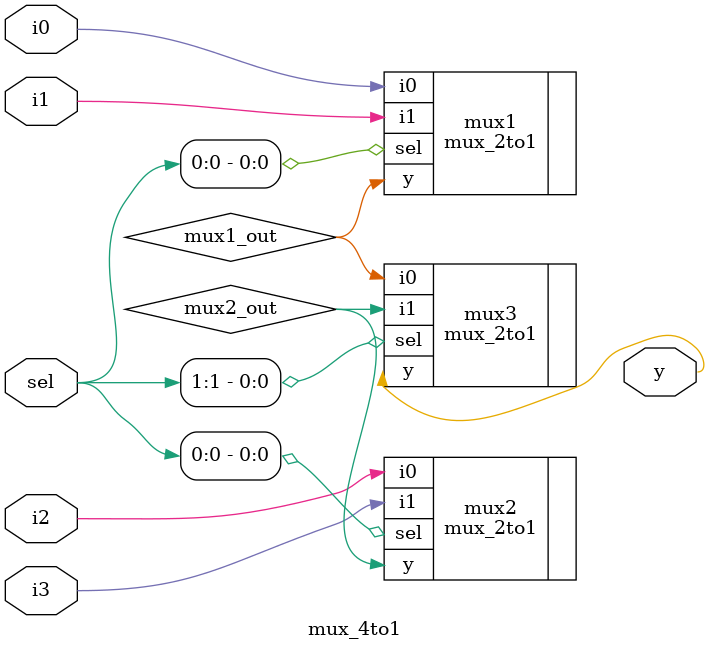
<source format=v>
module mux_4to1(
    input i0,           // Input 0
    input i1,           // Input 1
    input i2,           // Input 2
    input i3,           // Input 3
    input [1:0] sel,    // 2-bit select signal
    output y            // Output
);
    // Internal wires connecting the MUXes
    wire mux1_out;      // Output of first 2-to-1 MUX (i0/i1)
    wire mux2_out;      // Output of second 2-to-1 MUX (i2/i3)
    
    // First 2-to-1 MUX: selects between i0 and i1
    mux_2to1 mux1(
        .i0(i0),
        .i1(i1),
        .sel(sel[0]),       // Use LSB of select
        .y(mux1_out)
    );
    
    // Second 2-to-1 MUX: selects between i2 and i3
    mux_2to1 mux2(
        .i0(i2),
        .i1(i3),
        .sel(sel[0]),       // Use LSB of select
        .y(mux2_out)
    );
    
    // Third 2-to-1 MUX: selects between outputs of first two MUXes
    mux_2to1 mux3(
        .i0(mux1_out),      // Output from mux1 (i0 or i1)
        .i1(mux2_out),      // Output from mux2 (i2 or i3)
        .sel(sel[1]),       // Use MSB of select
        .y(y)
    );
    
endmodule
</source>
